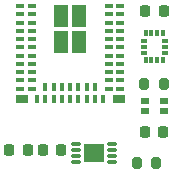
<source format=gtp>
G04 #@! TF.GenerationSoftware,KiCad,Pcbnew,6.0.2+dfsg-1*
G04 #@! TF.CreationDate,2024-05-15T15:08:28+02:00*
G04 #@! TF.ProjectId,PowerPolePCB,506f7765-7250-46f6-9c65-5043422e6b69,rev?*
G04 #@! TF.SameCoordinates,Original*
G04 #@! TF.FileFunction,Paste,Top*
G04 #@! TF.FilePolarity,Positive*
%FSLAX46Y46*%
G04 Gerber Fmt 4.6, Leading zero omitted, Abs format (unit mm)*
G04 Created by KiCad (PCBNEW 6.0.2+dfsg-1) date 2024-05-15 15:08:28*
%MOMM*%
%LPD*%
G01*
G04 APERTURE LIST*
G04 Aperture macros list*
%AMRoundRect*
0 Rectangle with rounded corners*
0 $1 Rounding radius*
0 $2 $3 $4 $5 $6 $7 $8 $9 X,Y pos of 4 corners*
0 Add a 4 corners polygon primitive as box body*
4,1,4,$2,$3,$4,$5,$6,$7,$8,$9,$2,$3,0*
0 Add four circle primitives for the rounded corners*
1,1,$1+$1,$2,$3*
1,1,$1+$1,$4,$5*
1,1,$1+$1,$6,$7*
1,1,$1+$1,$8,$9*
0 Add four rect primitives between the rounded corners*
20,1,$1+$1,$2,$3,$4,$5,0*
20,1,$1+$1,$4,$5,$6,$7,0*
20,1,$1+$1,$6,$7,$8,$9,0*
20,1,$1+$1,$8,$9,$2,$3,0*%
%AMOutline5P*
0 Free polygon, 5 corners , with rotation*
0 The origin of the aperture is its center*
0 number of corners: always 5*
0 $1 to $10 corner X, Y*
0 $11 Rotation angle, in degrees counterclockwise*
0 create outline with 5 corners*
4,1,5,$1,$2,$3,$4,$5,$6,$7,$8,$9,$10,$1,$2,$11*%
%AMOutline6P*
0 Free polygon, 6 corners , with rotation*
0 The origin of the aperture is its center*
0 number of corners: always 6*
0 $1 to $12 corner X, Y*
0 $13 Rotation angle, in degrees counterclockwise*
0 create outline with 6 corners*
4,1,6,$1,$2,$3,$4,$5,$6,$7,$8,$9,$10,$11,$12,$1,$2,$13*%
%AMOutline7P*
0 Free polygon, 7 corners , with rotation*
0 The origin of the aperture is its center*
0 number of corners: always 7*
0 $1 to $14 corner X, Y*
0 $15 Rotation angle, in degrees counterclockwise*
0 create outline with 7 corners*
4,1,7,$1,$2,$3,$4,$5,$6,$7,$8,$9,$10,$11,$12,$13,$14,$1,$2,$15*%
%AMOutline8P*
0 Free polygon, 8 corners , with rotation*
0 The origin of the aperture is its center*
0 number of corners: always 8*
0 $1 to $16 corner X, Y*
0 $17 Rotation angle, in degrees counterclockwise*
0 create outline with 8 corners*
4,1,8,$1,$2,$3,$4,$5,$6,$7,$8,$9,$10,$11,$12,$13,$14,$15,$16,$1,$2,$17*%
G04 Aperture macros list end*
%ADD10RoundRect,0.150000X0.275000X0.000000X0.275000X0.000000X-0.275000X0.000000X-0.275000X0.000000X0*%
%ADD11R,1.750000X1.550000*%
%ADD12Outline5P,-0.287500X0.150000X0.197500X0.150000X0.287500X0.060000X0.287500X-0.150000X-0.287500X-0.150000X90.000000*%
%ADD13R,0.300000X0.575000*%
%ADD14R,0.575000X0.300000*%
%ADD15RoundRect,0.200000X-0.200000X-0.275000X0.200000X-0.275000X0.200000X0.275000X-0.200000X0.275000X0*%
%ADD16RoundRect,0.225000X0.225000X0.250000X-0.225000X0.250000X-0.225000X-0.250000X0.225000X-0.250000X0*%
%ADD17R,0.800000X0.550000*%
%ADD18RoundRect,0.200000X0.200000X0.275000X-0.200000X0.275000X-0.200000X-0.275000X0.200000X-0.275000X0*%
%ADD19RoundRect,0.225000X-0.225000X-0.250000X0.225000X-0.250000X0.225000X0.250000X-0.225000X0.250000X0*%
%ADD20R,0.700000X0.400000*%
%ADD21R,0.400000X0.700000*%
%ADD22R,1.000000X0.700000*%
%ADD23R,1.250000X1.900000*%
G04 APERTURE END LIST*
D10*
X117475000Y-109350000D03*
X117475000Y-109850000D03*
X117475000Y-110350000D03*
X117475000Y-110850000D03*
X120475000Y-110850000D03*
X120475000Y-110350000D03*
X120475000Y-109850000D03*
X120475000Y-109350000D03*
D11*
X118975000Y-110100000D03*
D12*
X123350000Y-102237500D03*
D13*
X123850000Y-102237500D03*
X124350000Y-102237500D03*
X124850000Y-102237500D03*
D14*
X125012500Y-101575000D03*
X125012500Y-101075000D03*
X125012500Y-100575000D03*
D13*
X124850000Y-99912500D03*
X124350000Y-99912500D03*
X123850000Y-99912500D03*
X123350000Y-99912500D03*
D14*
X123187500Y-100575000D03*
X123187500Y-101075000D03*
X123187500Y-101575000D03*
D15*
X123225000Y-104250000D03*
X124875000Y-104250000D03*
D16*
X124875000Y-98100000D03*
X123325000Y-98100000D03*
D17*
X124868837Y-105650000D03*
X124868837Y-106550000D03*
X123268837Y-106550000D03*
X123268837Y-105650000D03*
D18*
X124275000Y-110950000D03*
X122625000Y-110950000D03*
D16*
X124825000Y-108300000D03*
X123275000Y-108300000D03*
D19*
X111825000Y-109850000D03*
X113375000Y-109850000D03*
X114625000Y-109850000D03*
X116175000Y-109850000D03*
D20*
X112717000Y-97638000D03*
X112717000Y-98338000D03*
X112717000Y-99038000D03*
X112717000Y-99738000D03*
X112717000Y-100438000D03*
X112717000Y-101138000D03*
X112717000Y-101838000D03*
X112717000Y-102538000D03*
X112717000Y-103238000D03*
X112717000Y-103938000D03*
X112717000Y-104638000D03*
D21*
X114167000Y-105488000D03*
X114867000Y-105488000D03*
X115567000Y-105488000D03*
X116267000Y-105488000D03*
X116967000Y-105488000D03*
X117667000Y-105488000D03*
X118367000Y-105488000D03*
X119067000Y-105488000D03*
X119767000Y-105488000D03*
D20*
X121217000Y-104638000D03*
X121217000Y-103938000D03*
X121217000Y-103238000D03*
X121217000Y-102538000D03*
X121217000Y-101838000D03*
X121217000Y-101138000D03*
X121217000Y-100438000D03*
X121217000Y-99738000D03*
X121217000Y-99038000D03*
X121217000Y-98338000D03*
X121217000Y-97638000D03*
X113717000Y-97638000D03*
X113717000Y-98338000D03*
X113717000Y-99038000D03*
X113717000Y-99738000D03*
X113717000Y-100438000D03*
X113717000Y-101138000D03*
X113717000Y-101838000D03*
X113717000Y-102538000D03*
X113717000Y-103238000D03*
X113717000Y-103938000D03*
X113717000Y-104638000D03*
D21*
X114867000Y-104488000D03*
X115567000Y-104488000D03*
X116267000Y-104488000D03*
X116967000Y-104488000D03*
X117667000Y-104488000D03*
X118367000Y-104488000D03*
X119067000Y-104488000D03*
D20*
X120217000Y-104638000D03*
X120217000Y-103938000D03*
X120217000Y-103238000D03*
X120217000Y-102538000D03*
X120217000Y-101838000D03*
X120217000Y-101138000D03*
X120217000Y-100438000D03*
X120217000Y-99738000D03*
X120217000Y-99038000D03*
X120217000Y-98338000D03*
X120217000Y-97638000D03*
D22*
X112867000Y-105488000D03*
X121067000Y-105488000D03*
D23*
X116197000Y-100688000D03*
X116197000Y-98488000D03*
X117747000Y-98488000D03*
X117747000Y-100688000D03*
M02*

</source>
